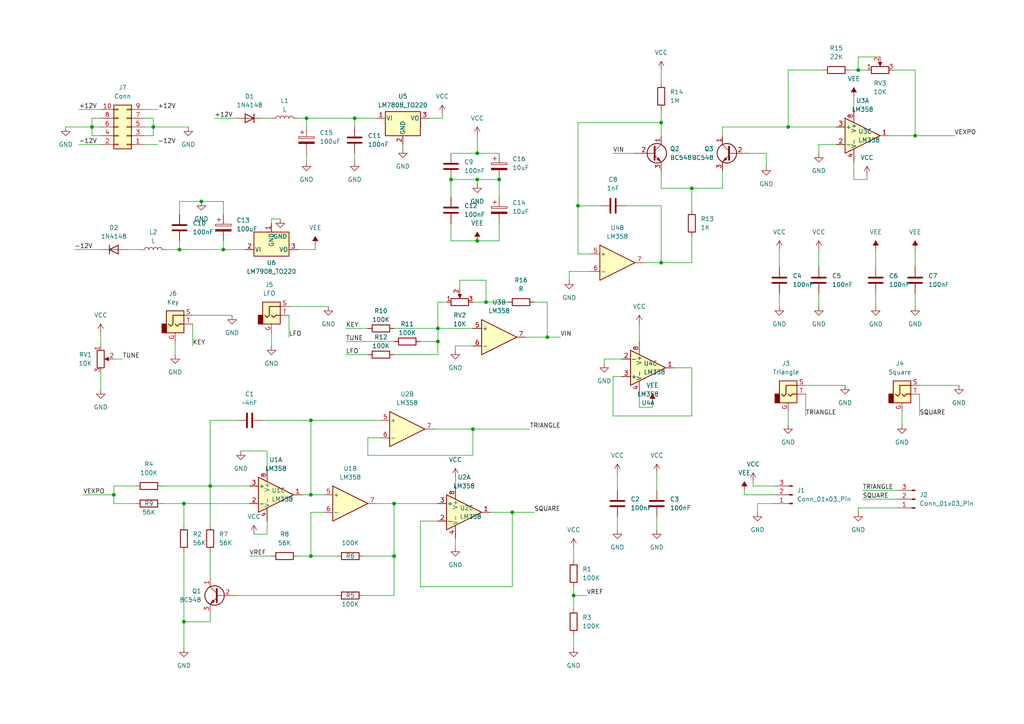
<source format=kicad_sch>
(kicad_sch (version 20230121) (generator eeschema)
  (paper "A4")
  (title_block (title "VCO Module") (date "2023-08-26") (rev "1"))
  (lib_symbols
    (symbol "Amplifier_Operational:LM358" (pin_names (offset 0.127))
      (property "Reference" "U" (at 0 5.08 0))
      (property "Value" "LM358" (at 0 -5.08 0))
      (symbol "LM358_1_1"
        (polyline (pts (xy -5.08 5.08) (xy 5.08 0) (xy -5.08 -5.08) (xy -5.08 5.08)) (stroke (width 0.254)) (fill (type background)))
        (pin output line (at 7.62 0 180) (length 2.54) (name "~") (number "1"))
        (pin input line (at -7.62 -2.54 0) (length 2.54) (name "-") (number "2"))
        (pin input line (at -7.62 2.54 0) (length 2.54) (name "+") (number "3"))
      )
      (symbol "LM358_2_1"
        (polyline (pts (xy -5.08 5.08) (xy 5.08 0) (xy -5.08 -5.08) (xy -5.08 5.08)) (stroke (width 0.254)) (fill (type background)))
        (pin input line (at -7.62 2.54 0) (length 2.54) (name "+") (number "5"))
        (pin input line (at -7.62 -2.54 0) (length 2.54) (name "-") (number "6"))
        (pin output line (at 7.62 0 180) (length 2.54) (name "~") (number "7"))
      )
      (symbol "LM358_3_1"
        (pin power_in line (at -2.54 -7.62 90) (length 3.81) (name "V-") (number "4"))
        (pin power_in line (at -2.54 7.62 270) (length 3.81) (name "V+") (number "8"))
      )
    )
    (symbol "Connector:Conn_01x03_Pin" (pin_names (offset 1.016) hide)
      (property "Reference" "J" (at 0 5.08 0))
      (property "Value" "Conn_01x03_Pin" (at 0 -5.08 0))
      (symbol "Conn_01x03_Pin_1_1"
        (polyline (pts (xy 1.27 -2.54) (xy 0.8636 -2.54)) (stroke (width 0.1524)))
        (polyline (pts (xy 1.27 0) (xy 0.8636 0)) (stroke (width 0.1524)))
        (polyline (pts (xy 1.27 2.54) (xy 0.8636 2.54)) (stroke (width 0.1524)))
        (rectangle (start 0.8636 -2.413) (end 0 -2.667) (stroke (width 0.1524)) (fill (type outline)))
        (rectangle (start 0.8636 0.127) (end 0 -0.127) (stroke (width 0.1524)) (fill (type outline)))
        (rectangle (start 0.8636 2.667) (end 0 2.413) (stroke (width 0.1524)) (fill (type outline)))
        (pin passive line (at 5.08 2.54 180) (length 3.81) (name "Pin_1") (number "1"))
        (pin passive line (at 5.08 0 180) (length 3.81) (name "Pin_2") (number "2"))
        (pin passive line (at 5.08 -2.54 180) (length 3.81) (name "Pin_3") (number "3"))
      )
    )
    (symbol "Connector_Audio:AudioJack2_Ground"
      (property "Reference" "J" (at 0 8.89 0))
      (property "Value" "AudioJack2_Ground" (at 0 6.35 0))
      (symbol "AudioJack2_Ground_0_1"
        (rectangle (start -2.54 -2.54) (end -3.81 0) (stroke (width 0.254)) (fill (type outline)))
        (polyline (pts (xy 0 0) (xy 0.635 -0.635) (xy 1.27 0) (xy 2.54 0)) (stroke (width 0.254)))
        (polyline (pts (xy 2.54 2.54) (xy -0.635 2.54) (xy -0.635 0) (xy -1.27 -0.635) (xy -1.905 0)) (stroke (width 0.254)))
        (rectangle (start 2.54 3.81) (end -2.54 -2.54) (stroke (width 0.254)) (fill (type background)))
      )
      (symbol "AudioJack2_Ground_1_1"
        (pin passive line (at 0 -5.08 90) (length 2.54) (name "~") (number "G"))
        (pin passive line (at 5.08 2.54 180) (length 2.54) (name "~") (number "S"))
        (pin passive line (at 5.08 0 180) (length 2.54) (name "~") (number "T"))
      )
    )
    (symbol "Connector_Generic:Conn_02x05_Odd_Even" (pin_names (offset 1.016) hide)
      (property "Reference" "J" (at 1.27 7.62 0))
      (property "Value" "Conn_02x05_Odd_Even" (at 1.27 -7.62 0))
      (symbol "Conn_02x05_Odd_Even_1_1"
        (rectangle (start -1.27 -4.953) (end 0 -5.207) (stroke (width 0.1524)))
        (rectangle (start -1.27 -2.413) (end 0 -2.667) (stroke (width 0.1524)))
        (rectangle (start -1.27 0.127) (end 0 -0.127) (stroke (width 0.1524)))
        (rectangle (start -1.27 2.667) (end 0 2.413) (stroke (width 0.1524)))
        (rectangle (start -1.27 5.207) (end 0 4.953) (stroke (width 0.1524)))
        (rectangle (start -1.27 6.35) (end 3.81 -6.35) (stroke (width 0.254)) (fill (type background)))
        (rectangle (start 3.81 -4.953) (end 2.54 -5.207) (stroke (width 0.1524)))
        (rectangle (start 3.81 -2.413) (end 2.54 -2.667) (stroke (width 0.1524)))
        (rectangle (start 3.81 0.127) (end 2.54 -0.127) (stroke (width 0.1524)))
        (rectangle (start 3.81 2.667) (end 2.54 2.413) (stroke (width 0.1524)))
        (rectangle (start 3.81 5.207) (end 2.54 4.953) (stroke (width 0.1524)))
        (pin passive line (at -5.08 5.08 0) (length 3.81) (name "Pin_1") (number "1"))
        (pin passive line (at 7.62 -5.08 180) (length 3.81) (name "Pin_10") (number "10"))
        (pin passive line (at 7.62 5.08 180) (length 3.81) (name "Pin_2") (number "2"))
        (pin passive line (at -5.08 2.54 0) (length 3.81) (name "Pin_3") (number "3"))
        (pin passive line (at 7.62 2.54 180) (length 3.81) (name "Pin_4") (number "4"))
        (pin passive line (at -5.08 0 0) (length 3.81) (name "Pin_5") (number "5"))
        (pin passive line (at 7.62 0 180) (length 3.81) (name "Pin_6") (number "6"))
        (pin passive line (at -5.08 -2.54 0) (length 3.81) (name "Pin_7") (number "7"))
        (pin passive line (at 7.62 -2.54 180) (length 3.81) (name "Pin_8") (number "8"))
        (pin passive line (at -5.08 -5.08 0) (length 3.81) (name "Pin_9") (number "9"))
      )
    )
    (symbol "Device:C" (pin_numbers hide) (pin_names (offset 0.254))
      (property "Reference" "C" (at 0.635 2.54 0))
      (property "Value" "C" (at 0.635 -2.54 0))
      (symbol "C_0_1"
        (polyline (pts (xy -2.032 -0.762) (xy 2.032 -0.762)) (stroke (width 0.508)))
        (polyline (pts (xy -2.032 0.762) (xy 2.032 0.762)) (stroke (width 0.508)))
      )
      (symbol "C_1_1"
        (pin passive line (at 0 3.81 270) (length 2.794) (name "~") (number "1"))
        (pin passive line (at 0 -3.81 90) (length 2.794) (name "~") (number "2"))
      )
    )
    (symbol "Device:C_Polarized" (pin_numbers hide) (pin_names (offset 0.254))
      (property "Reference" "C" (at 0.635 2.54 0))
      (property "Value" "C_Polarized" (at 0.635 -2.54 0))
      (symbol "C_Polarized_0_1"
        (rectangle (start -2.286 0.508) (end 2.286 1.016))
        (polyline (pts (xy -1.778 2.286) (xy -0.762 2.286)))
        (polyline (pts (xy -1.27 2.794) (xy -1.27 1.778)))
        (rectangle (start 2.286 -0.508) (end -2.286 -1.016) (fill (type outline)))
      )
      (symbol "C_Polarized_1_1"
        (pin passive line (at 0 3.81 270) (length 2.794) (name "~") (number "1"))
        (pin passive line (at 0 -3.81 90) (length 2.794) (name "~") (number "2"))
      )
    )
    (symbol "Device:L" (pin_numbers hide) (pin_names (offset 1.016) hide)
      (property "Reference" "L" (at -1.27 0 90))
      (property "Value" "L" (at 1.905 0 90))
      (symbol "L_0_1"
        (arc (start 0 -2.54) (mid 0.6323 -1.905) (end 0 -1.27))
        (arc (start 0 -1.27) (mid 0.6323 -0.635) (end 0 0))
        (arc (start 0 0) (mid 0.6323 0.635) (end 0 1.27))
        (arc (start 0 1.27) (mid 0.6323 1.905) (end 0 2.54))
      )
      (symbol "L_1_1"
        (pin passive line (at 0 3.81 270) (length 1.27) (name "1") (number "1"))
        (pin passive line (at 0 -3.81 90) (length 1.27) (name "2") (number "2"))
      )
    )
    (symbol "Device:R" (pin_numbers hide) (pin_names (offset 0))
      (property "Reference" "R" (at 2.032 0 90))
      (property "Value" "R" (at 0 0 90))
      (symbol "R_0_1"
        (rectangle (start -1.016 -2.54) (end 1.016 2.54) (stroke (width 0.254)))
      )
      (symbol "R_1_1"
        (pin passive line (at 0 3.81 270) (length 1.27) (name "~") (number "1"))
        (pin passive line (at 0 -3.81 90) (length 1.27) (name "~") (number "2"))
      )
    )
    (symbol "Device:R_Potentiometer" (pin_names (offset 1.016) hide)
      (property "Reference" "RV" (at -4.445 0 90))
      (property "Value" "R_Potentiometer" (at -2.54 0 90))
      (symbol "R_Potentiometer_0_1"
        (polyline (pts (xy 2.54 0) (xy 1.524 0)))
        (polyline (pts (xy 1.143 0) (xy 2.286 0.508) (xy 2.286 -0.508) (xy 1.143 0)) (fill (type outline)))
        (rectangle (start 1.016 2.54) (end -1.016 -2.54) (stroke (width 0.254)))
      )
      (symbol "R_Potentiometer_1_1"
        (pin passive line (at 0 3.81 270) (length 1.27) (name "1") (number "1"))
        (pin passive line (at 3.81 0 180) (length 1.27) (name "2") (number "2"))
        (pin passive line (at 0 -3.81 90) (length 1.27) (name "3") (number "3"))
      )
    )
    (symbol "Diode:1N4148" (pin_numbers hide) (pin_names hide)
      (property "Reference" "D" (at 0 2.54 0))
      (property "Value" "1N4148" (at 0 -2.54 0))
      (symbol "1N4148_0_1"
        (polyline (pts (xy -1.27 1.27) (xy -1.27 -1.27)) (stroke (width 0.254)))
        (polyline (pts (xy 1.27 0) (xy -1.27 0)))
        (polyline (pts (xy 1.27 1.27) (xy 1.27 -1.27) (xy -1.27 0) (xy 1.27 1.27)) (stroke (width 0.254)))
      )
      (symbol "1N4148_1_1"
        (pin passive line (at -3.81 0 0) (length 2.54) (name "K") (number "1"))
        (pin passive line (at 3.81 0 180) (length 2.54) (name "A") (number "2"))
      )
    )
    (symbol "Regulator_Linear:LM7808_TO220" (pin_names (offset 0.254))
      (property "Reference" "U" (at -3.81 3.175 0))
      (property "Value" "LM7808_TO220" (at 0 3.175 0))
      (symbol "LM7808_TO220_0_1"
        (rectangle (start -5.08 1.905) (end 5.08 -5.08) (stroke (width 0.254)) (fill (type background)))
      )
      (symbol "LM7808_TO220_1_1"
        (pin power_in line (at -7.62 0 0) (length 2.54) (name "VI") (number "1"))
        (pin power_in line (at 0 -7.62 90) (length 2.54) (name "GND") (number "2"))
        (pin power_out line (at 7.62 0 180) (length 2.54) (name "VO") (number "3"))
      )
    )
    (symbol "Regulator_Linear:LM7908_TO220" (pin_names (offset 0.254))
      (property "Reference" "U" (at -3.81 -3.175 0))
      (property "Value" "LM7908_TO220" (at 0 -3.175 0))
      (symbol "LM7908_TO220_0_1"
        (rectangle (start -5.08 5.08) (end 5.08 -1.905) (stroke (width 0.254)) (fill (type background)))
      )
      (symbol "LM7908_TO220_1_1"
        (pin power_in line (at 0 7.62 270) (length 2.54) (name "GND") (number "1"))
        (pin power_in line (at -7.62 0 0) (length 2.54) (name "VI") (number "2"))
        (pin power_out line (at 7.62 0 180) (length 2.54) (name "VO") (number "3"))
      )
    )
    (symbol "Transistor_BJT:BC548" (pin_names (offset 0) hide)
      (property "Reference" "Q" (at 5.08 1.905 0))
      (property "Value" "BC548" (at 5.08 0 0))
      (symbol "BC548_0_1"
        (polyline (pts (xy 0 0) (xy 0.635 0)))
        (polyline (pts (xy 0.635 0.635) (xy 2.54 2.54)))
        (polyline (pts (xy 0.635 -0.635) (xy 2.54 -2.54) (xy 2.54 -2.54)))
        (polyline (pts (xy 0.635 1.905) (xy 0.635 -1.905) (xy 0.635 -1.905)) (stroke (width 0.508)))
        (polyline (pts (xy 1.27 -1.778) (xy 1.778 -1.27) (xy 2.286 -2.286) (xy 1.27 -1.778) (xy 1.27 -1.778)) (fill (type outline)))
        (circle (center 1.27 0) (radius 2.8194) (stroke (width 0.254)))
      )
      (symbol "BC548_1_1"
        (pin passive line (at 2.54 5.08 270) (length 2.54) (name "C") (number "1"))
        (pin input line (at -5.08 0 0) (length 5.08) (name "B") (number "2"))
        (pin passive line (at 2.54 -5.08 90) (length 2.54) (name "E") (number "3"))
      )
    )
    (symbol "power:GND" (power) (pin_names (offset 0))
      (property "Value" "GND" (at 0 -3.81 0))
      (symbol "GND_0_1"
        (polyline (pts (xy 0 0) (xy 0 -1.27) (xy 1.27 -1.27) (xy 0 -2.54) (xy -1.27 -1.27) (xy 0 -1.27)))
      )
      (symbol "GND_1_1"
        (pin power_in line (at 0 0 270) (length 0) hide (name "GND") (number "1"))
      )
    )
    (symbol "power:VCC" (power) (pin_names (offset 0))
      (property "Value" "VCC" (at 0 3.81 0))
      (symbol "VCC_0_1"
        (polyline (pts (xy -0.762 1.27) (xy 0 2.54)))
        (polyline (pts (xy 0 0) (xy 0 2.54)))
        (polyline (pts (xy 0 2.54) (xy 0.762 1.27)))
      )
      (symbol "VCC_1_1"
        (pin power_in line (at 0 0 90) (length 0) hide (name "VCC") (number "1"))
      )
    )
    (symbol "power:VEE" (power) (pin_names (offset 0))
      (property "Value" "VEE" (at 0 3.81 0))
      (symbol "VEE_0_1"
        (polyline (pts (xy 0 0) (xy 0 2.54)))
        (polyline (pts (xy 0.762 1.27) (xy -0.762 1.27) (xy 0 2.54) (xy 0.762 1.27)) (fill (type outline)))
      )
      (symbol "VEE_1_1"
        (pin power_in line (at 0 0 90) (length 0) hide (name "VEE") (number "1"))
      )
    )
  )
  (junction (at 64.77 72.39))
  (junction (at 144.78 52.07))
  (junction (at 58.42 58.42))
  (junction (at 127 99.06))
  (junction (at 167.64 59.69))
  (junction (at 90.17 121.92))
  (junction (at 53.34 146.05))
  (junction (at 228.6 36.83))
  (junction (at 200.66 54.61))
  (junction (at 138.43 52.07))
  (junction (at 88.9 34.29))
  (junction (at 60.96 140.97))
  (junction (at 191.77 35.56))
  (junction (at 127 95.25))
  (junction (at 53.34 180.34))
  (junction (at 102.87 34.29))
  (junction (at 148.59 148.59))
  (junction (at 114.3 161.29))
  (junction (at 130.81 52.07))
  (junction (at 137.16 124.46))
  (junction (at 191.77 76.2))
  (junction (at 166.37 172.72))
  (junction (at 26.67 36.83))
  (junction (at 138.43 44.45))
  (junction (at 248.92 20.32))
  (junction (at 138.43 69.85))
  (junction (at 44.45 36.83))
  (junction (at 33.02 143.51))
  (junction (at 90.17 161.29))
  (junction (at 52.07 72.39))
  (junction (at 140.97 87.63))
  (junction (at 114.3 146.05))
  (junction (at 158.75 97.79))
  (junction (at 265.43 39.37))
  (junction (at 90.17 143.51))
  (wire (pts (xy 237.49 41.91) (xy 237.49 44.45)))
  (wire (pts (xy 200.66 54.61) (xy 200.66 60.96)))
  (wire (pts (xy 68.58 172.72) (xy 97.79 172.72)))
  (wire (pts (xy 158.75 97.79) (xy 152.4 97.79)))
  (wire (pts (xy 259.08 20.32) (xy 265.43 20.32)))
  (wire (pts (xy 215.9 143.51) (xy 224.79 143.51)))
  (wire (pts (xy 140.97 81.28) (xy 140.97 87.63)))
  (wire (pts (xy 137.16 132.08) (xy 137.16 124.46)))
  (wire (pts (xy 137.16 124.46) (xy 153.67 124.46)))
  (wire (pts (xy 127 102.87) (xy 127 99.06)))
  (wire (pts (xy 50.8 99.06) (xy 50.8 102.87)))
  (wire (pts (xy 102.87 34.29) (xy 102.87 36.83)))
  (wire (pts (xy 22.86 31.75) (xy 29.21 31.75)))
  (wire (pts (xy 142.24 148.59) (xy 148.59 148.59)))
  (wire (pts (xy 219.71 146.05) (xy 219.71 148.59)))
  (wire (pts (xy 250.19 144.78) (xy 260.35 144.78)))
  (wire (pts (xy 226.06 72.39) (xy 226.06 77.47)))
  (wire (pts (xy 254 85.09) (xy 254 88.9)))
  (wire (pts (xy 77.47 151.13) (xy 77.47 154.94)))
  (wire (pts (xy 265.43 20.32) (xy 265.43 39.37)))
  (wire (pts (xy 226.06 85.09) (xy 226.06 88.9)))
  (wire (pts (xy 60.96 177.8) (xy 60.96 180.34)))
  (wire (pts (xy 29.21 39.37) (xy 26.67 39.37)))
  (wire (pts (xy 190.5 137.16) (xy 190.5 142.24)))
  (wire (pts (xy 254 72.39) (xy 254 77.47)))
  (wire (pts (xy 171.45 73.66) (xy 167.64 73.66)))
  (wire (pts (xy 129.54 87.63) (xy 127 87.63)))
  (wire (pts (xy 237.49 72.39) (xy 237.49 77.47)))
  (wire (pts (xy 191.77 76.2) (xy 186.69 76.2)))
  (wire (pts (xy 138.43 44.45) (xy 138.43 39.37)))
  (wire (pts (xy 86.36 161.29) (xy 90.17 161.29)))
  (wire (pts (xy 144.78 69.85) (xy 144.78 64.77)))
  (wire (pts (xy 44.45 34.29) (xy 44.45 36.83)))
  (wire (pts (xy 166.37 184.15) (xy 166.37 187.96)))
  (wire (pts (xy 179.07 149.86) (xy 179.07 153.67)))
  (wire (pts (xy 78.74 96.52) (xy 78.74 100.33)))
  (wire (pts (xy 218.44 140.97) (xy 218.44 139.7)))
  (wire (pts (xy 137.16 87.63) (xy 140.97 87.63)))
  (wire (pts (xy 217.17 44.45) (xy 222.25 44.45)))
  (wire (pts (xy 127 87.63) (xy 127 95.25)))
  (wire (pts (xy 191.77 54.61) (xy 200.66 54.61)))
  (wire (pts (xy 166.37 172.72) (xy 166.37 176.53)))
  (wire (pts (xy 53.34 146.05) (xy 53.34 152.4)))
  (wire (pts (xy 81.28 63.5) (xy 78.74 63.5)))
  (wire (pts (xy 76.2 121.92) (xy 90.17 121.92)))
  (wire (pts (xy 238.76 20.32) (xy 228.6 20.32)))
  (wire (pts (xy 181.61 59.69) (xy 191.77 59.69)))
  (wire (pts (xy 72.39 161.29) (xy 78.74 161.29)))
  (wire (pts (xy 100.33 95.25) (xy 106.68 95.25)))
  (wire (pts (xy 133.35 81.28) (xy 140.97 81.28)))
  (wire (pts (xy 166.37 170.18) (xy 166.37 172.72)))
  (wire (pts (xy 167.64 59.69) (xy 173.99 59.69)))
  (wire (pts (xy 100.33 99.06) (xy 114.3 99.06)))
  (wire (pts (xy 200.66 106.68) (xy 200.66 120.65)))
  (wire (pts (xy 48.26 72.39) (xy 52.07 72.39)))
  (wire (pts (xy 110.49 127) (xy 106.68 127)))
  (wire (pts (xy 64.77 72.39) (xy 71.12 72.39)))
  (wire (pts (xy 185.42 93.98) (xy 185.42 99.06)))
  (wire (pts (xy 121.92 151.13) (xy 121.92 170.18)))
  (wire (pts (xy 52.07 58.42) (xy 58.42 58.42)))
  (wire (pts (xy 158.75 97.79) (xy 162.56 97.79)))
  (wire (pts (xy 177.8 44.45) (xy 184.15 44.45)))
  (wire (pts (xy 26.67 36.83) (xy 29.21 36.83)))
  (wire (pts (xy 90.17 143.51) (xy 93.98 143.51)))
  (wire (pts (xy 148.59 170.18) (xy 148.59 148.59)))
  (wire (pts (xy 39.37 140.97) (xy 33.02 140.97)))
  (wire (pts (xy 69.85 130.81) (xy 77.47 130.81)))
  (wire (pts (xy 87.63 143.51) (xy 90.17 143.51)))
  (wire (pts (xy 200.66 120.65) (xy 177.8 120.65)))
  (wire (pts (xy 247.65 52.07) (xy 251.46 52.07)))
  (wire (pts (xy 132.08 138.43) (xy 132.08 140.97)))
  (wire (pts (xy 109.22 146.05) (xy 114.3 146.05)))
  (wire (pts (xy 41.91 41.91) (xy 45.72 41.91)))
  (wire (pts (xy 167.64 35.56) (xy 191.77 35.56)))
  (wire (pts (xy 242.57 41.91) (xy 237.49 41.91)))
  (wire (pts (xy 209.55 39.37) (xy 209.55 36.83)))
  (wire (pts (xy 46.99 140.97) (xy 60.96 140.97)))
  (wire (pts (xy 257.81 39.37) (xy 265.43 39.37)))
  (wire (pts (xy 88.9 34.29) (xy 88.9 36.83)))
  (wire (pts (xy 265.43 72.39) (xy 265.43 77.47)))
  (wire (pts (xy 248.92 147.32) (xy 248.92 148.59)))
  (wire (pts (xy 21.59 72.39) (xy 29.21 72.39)))
  (wire (pts (xy 218.44 140.97) (xy 224.79 140.97)))
  (wire (pts (xy 167.64 59.69) (xy 167.64 35.56)))
  (wire (pts (xy 138.43 52.07) (xy 144.78 52.07)))
  (wire (pts (xy 88.9 34.29) (xy 102.87 34.29)))
  (wire (pts (xy 133.35 83.82) (xy 133.35 81.28)))
  (wire (pts (xy 130.81 69.85) (xy 138.43 69.85)))
  (wire (pts (xy 90.17 121.92) (xy 110.49 121.92)))
  (wire (pts (xy 55.88 91.44) (xy 67.31 91.44)))
  (wire (pts (xy 200.66 68.58) (xy 200.66 76.2)))
  (wire (pts (xy 60.96 140.97) (xy 60.96 152.4)))
  (wire (pts (xy 44.45 39.37) (xy 44.45 36.83)))
  (wire (pts (xy 132.08 100.33) (xy 132.08 101.6)))
  (wire (pts (xy 29.21 107.95) (xy 29.21 113.03)))
  (wire (pts (xy 26.67 34.29) (xy 26.67 36.83)))
  (wire (pts (xy 195.58 106.68) (xy 200.66 106.68)))
  (wire (pts (xy 248.92 147.32) (xy 260.35 147.32)))
  (wire (pts (xy 100.33 102.87) (xy 106.68 102.87)))
  (wire (pts (xy 191.77 35.56) (xy 191.77 39.37)))
  (wire (pts (xy 255.27 16.51) (xy 248.92 16.51)))
  (wire (pts (xy 138.43 69.85) (xy 144.78 69.85)))
  (wire (pts (xy 60.96 121.92) (xy 60.96 140.97)))
  (wire (pts (xy 44.45 36.83) (xy 54.61 36.83)))
  (wire (pts (xy 114.3 95.25) (xy 127 95.25)))
  (wire (pts (xy 251.46 52.07) (xy 251.46 50.8)))
  (wire (pts (xy 191.77 31.75) (xy 191.77 35.56)))
  (wire (pts (xy 114.3 102.87) (xy 127 102.87)))
  (wire (pts (xy 185.42 114.3) (xy 185.42 118.11)))
  (wire (pts (xy 127 151.13) (xy 121.92 151.13)))
  (wire (pts (xy 248.92 16.51) (xy 248.92 20.32)))
  (wire (pts (xy 144.78 52.07) (xy 144.78 57.15)))
  (wire (pts (xy 33.02 143.51) (xy 33.02 146.05)))
  (wire (pts (xy 114.3 146.05) (xy 127 146.05)))
  (wire (pts (xy 102.87 34.29) (xy 109.22 34.29)))
  (wire (pts (xy 144.78 44.45) (xy 138.43 44.45)))
  (wire (pts (xy 46.99 146.05) (xy 53.34 146.05)))
  (wire (pts (xy 177.8 120.65) (xy 177.8 109.22)))
  (wire (pts (xy 93.98 148.59) (xy 90.17 148.59)))
  (wire (pts (xy 228.6 36.83) (xy 242.57 36.83)))
  (wire (pts (xy 26.67 39.37) (xy 26.67 36.83)))
  (wire (pts (xy 180.34 104.14) (xy 175.26 104.14)))
  (wire (pts (xy 127 99.06) (xy 127 95.25)))
  (wire (pts (xy 130.81 44.45) (xy 138.43 44.45)))
  (wire (pts (xy 41.91 31.75) (xy 45.72 31.75)))
  (wire (pts (xy 222.25 44.45) (xy 222.25 48.26)))
  (wire (pts (xy 106.68 132.08) (xy 137.16 132.08)))
  (wire (pts (xy 114.3 161.29) (xy 114.3 172.72)))
  (wire (pts (xy 200.66 76.2) (xy 191.77 76.2)))
  (wire (pts (xy 130.81 52.07) (xy 130.81 57.15)))
  (wire (pts (xy 209.55 54.61) (xy 209.55 49.53)))
  (wire (pts (xy 175.26 104.14) (xy 175.26 105.41)))
  (wire (pts (xy 128.27 34.29) (xy 128.27 33.02)))
  (wire (pts (xy 219.71 146.05) (xy 224.79 146.05)))
  (wire (pts (xy 90.17 161.29) (xy 97.79 161.29)))
  (wire (pts (xy 154.94 87.63) (xy 158.75 87.63)))
  (wire (pts (xy 130.81 64.77) (xy 130.81 69.85)))
  (wire (pts (xy 33.02 140.97) (xy 33.02 143.51)))
  (wire (pts (xy 41.91 36.83) (xy 44.45 36.83)))
  (wire (pts (xy 29.21 96.52) (xy 29.21 100.33)))
  (wire (pts (xy 78.74 63.5) (xy 78.74 64.77)))
  (wire (pts (xy 62.23 34.29) (xy 68.58 34.29)))
  (wire (pts (xy 209.55 36.83) (xy 228.6 36.83)))
  (wire (pts (xy 165.1 81.28) (xy 165.1 78.74)))
  (wire (pts (xy 33.02 104.14) (xy 35.56 104.14)))
  (wire (pts (xy 140.97 87.63) (xy 147.32 87.63)))
  (wire (pts (xy 137.16 100.33) (xy 132.08 100.33)))
  (wire (pts (xy 53.34 180.34) (xy 53.34 187.96)))
  (wire (pts (xy 121.92 99.06) (xy 127 99.06)))
  (wire (pts (xy 19.05 36.83) (xy 26.67 36.83)))
  (wire (pts (xy 177.8 109.22) (xy 180.34 109.22)))
  (wire (pts (xy 105.41 161.29) (xy 114.3 161.29)))
  (wire (pts (xy 76.2 34.29) (xy 78.74 34.29)))
  (wire (pts (xy 265.43 85.09) (xy 265.43 88.9)))
  (wire (pts (xy 250.19 142.24) (xy 260.35 142.24)))
  (wire (pts (xy 121.92 170.18) (xy 148.59 170.18)))
  (wire (pts (xy 130.81 52.07) (xy 138.43 52.07)))
  (wire (pts (xy 148.59 148.59) (xy 154.94 148.59)))
  (wire (pts (xy 60.96 140.97) (xy 72.39 140.97)))
  (wire (pts (xy 53.34 160.02) (xy 53.34 180.34)))
  (wire (pts (xy 247.65 27.94) (xy 247.65 31.75)))
  (wire (pts (xy 124.46 34.29) (xy 128.27 34.29)))
  (wire (pts (xy 248.92 20.32) (xy 251.46 20.32)))
  (wire (pts (xy 90.17 148.59) (xy 90.17 161.29)))
  (wire (pts (xy 77.47 130.81) (xy 77.47 135.89)))
  (wire (pts (xy 29.21 34.29) (xy 26.67 34.29)))
  (wire (pts (xy 246.38 20.32) (xy 248.92 20.32)))
  (wire (pts (xy 106.68 127) (xy 106.68 132.08)))
  (wire (pts (xy 125.73 124.46) (xy 137.16 124.46)))
  (wire (pts (xy 52.07 62.23) (xy 52.07 58.42)))
  (wire (pts (xy 88.9 44.45) (xy 88.9 46.99)))
  (wire (pts (xy 64.77 58.42) (xy 58.42 58.42)))
  (wire (pts (xy 191.77 59.69) (xy 191.77 76.2)))
  (wire (pts (xy 165.1 78.74) (xy 171.45 78.74)))
  (wire (pts (xy 22.86 41.91) (xy 29.21 41.91)))
  (wire (pts (xy 41.91 39.37) (xy 44.45 39.37)))
  (wire (pts (xy 166.37 158.75) (xy 166.37 162.56)))
  (wire (pts (xy 64.77 62.23) (xy 64.77 58.42)))
  (wire (pts (xy 24.13 143.51) (xy 33.02 143.51)))
  (wire (pts (xy 102.87 44.45) (xy 102.87 46.99)))
  (wire (pts (xy 132.08 158.75) (xy 132.08 156.21)))
  (wire (pts (xy 83.82 91.44) (xy 83.82 97.79)))
  (wire (pts (xy 266.7 111.76) (xy 278.13 111.76)))
  (wire (pts (xy 233.68 111.76) (xy 245.11 111.76)))
  (wire (pts (xy 237.49 85.09) (xy 237.49 88.9)))
  (wire (pts (xy 55.88 93.98) (xy 55.88 100.33)))
  (wire (pts (xy 41.91 34.29) (xy 44.45 34.29)))
  (wire (pts (xy 191.77 49.53) (xy 191.77 54.61)))
  (wire (pts (xy 68.58 121.92) (xy 60.96 121.92)))
  (wire (pts (xy 190.5 149.86) (xy 190.5 153.67)))
  (wire (pts (xy 52.07 69.85) (xy 52.07 72.39)))
  (wire (pts (xy 247.65 46.99) (xy 247.65 52.07)))
  (wire (pts (xy 36.83 72.39) (xy 40.64 72.39)))
  (wire (pts (xy 52.07 72.39) (xy 64.77 72.39)))
  (wire (pts (xy 233.68 114.3) (xy 233.68 120.65)))
  (wire (pts (xy 167.64 73.66) (xy 167.64 59.69)))
  (wire (pts (xy 86.36 34.29) (xy 88.9 34.29)))
  (wire (pts (xy 64.77 69.85) (xy 64.77 72.39)))
  (wire (pts (xy 228.6 20.32) (xy 228.6 36.83)))
  (wire (pts (xy 60.96 160.02) (xy 60.96 167.64)))
  (wire (pts (xy 60.96 180.34) (xy 53.34 180.34)))
  (wire (pts (xy 185.42 118.11) (xy 189.23 118.11)))
  (wire (pts (xy 191.77 20.32) (xy 191.77 24.13)))
  (wire (pts (xy 90.17 121.92) (xy 90.17 143.51)))
  (wire (pts (xy 114.3 146.05) (xy 114.3 161.29)))
  (wire (pts (xy 53.34 146.05) (xy 72.39 146.05)))
  (wire (pts (xy 33.02 146.05) (xy 39.37 146.05)))
  (wire (pts (xy 77.47 154.94) (xy 73.66 154.94)))
  (wire (pts (xy 116.84 41.91) (xy 116.84 43.18)))
  (wire (pts (xy 114.3 172.72) (xy 105.41 172.72)))
  (wire (pts (xy 200.66 54.61) (xy 209.55 54.61)))
  (wire (pts (xy 189.23 118.11) (xy 189.23 116.84)))
  (wire (pts (xy 158.75 87.63) (xy 158.75 97.79)))
  (wire (pts (xy 261.62 119.38) (xy 261.62 123.19)))
  (wire (pts (xy 215.9 143.51) (xy 215.9 142.24)))
  (wire (pts (xy 138.43 52.07) (xy 138.43 53.34)))
  (wire (pts (xy 166.37 172.72) (xy 170.18 172.72)))
  (wire (pts (xy 265.43 39.37) (xy 276.86 39.37)))
  (wire (pts (xy 228.6 119.38) (xy 228.6 123.19)))
  (wire (pts (xy 91.44 71.12) (xy 91.44 72.39)))
  (wire (pts (xy 91.44 72.39) (xy 86.36 72.39)))
  (wire (pts (xy 179.07 137.16) (xy 179.07 142.24)))
  (wire (pts (xy 83.82 88.9) (xy 95.25 88.9)))
  (wire (pts (xy 127 95.25) (xy 137.16 95.25)))
  (wire (pts (xy 266.7 114.3) (xy 266.7 120.65)))
  (label "KEY" (at 100.33 95.25 0))
  (label "VIN" (at 162.56 97.79 0))
  (label "VEXPO" (at 276.86 39.37 0))
  (label "TUNE" (at 35.56 104.14 0))
  (label "+12V" (at 62.23 34.29 0))
  (label "SQUARE" (at 266.7 120.65 0))
  (label "KEY" (at 55.88 100.33 0))
  (label "+12V" (at 45.72 31.75 0))
  (label "SQUARE" (at 250.19 144.78 0))
  (label "-12V" (at 21.59 72.39 0))
  (label "VREF" (at 170.18 172.72 0))
  (label "TRIANGLE" (at 233.68 120.65 0))
  (label "VREF" (at 72.39 161.29 0))
  (label "VIN" (at 177.8 44.45 0))
  (label "LFO" (at 83.82 97.79 0))
  (label "TRIANGLE" (at 153.67 124.46 0))
  (label "VEXPO" (at 24.13 143.51 0))
  (label "-12V" (at 22.86 41.91 0))
  (label "SQUARE" (at 154.94 148.59 0))
  (label "LFO" (at 100.33 102.87 0))
  (label "+12V" (at 22.86 31.75 0))
  (label "TUNE" (at 100.33 99.06 0))
  (label "TRIANGLE" (at 250.19 142.24 0))
  (label "-12V" (at 45.72 41.91 0))
  (symbol (lib_id "Device:R") (at 43.18 140.97 90) (unit 1)
    (property "Reference" "R4" (at 43.18 134.62 90))
    (property "Value" "100K" (at 43.18 137.16 90))
    (property "Footprint" "Resistor_SMD:R_1206_3216Metric_Pad1.30x1.75mm_HandSolder" (effects hide))
  )
  (symbol (lib_id "power:GND") (at 102.87 46.99 0) (unit 1)
    (property "Reference" "#PWR051" (effects hide))
    (property "Value" "GND" (at 102.87 52.07 0))
  )
  (symbol (lib_id "power:GND") (at 132.08 101.6 0) (unit 1)
    (property "Reference" "#PWR034" (effects hide))
    (property "Value" "GND" (at 132.08 106.68 0))
  )
  (symbol (lib_id "Amplifier_Operational:LM358") (at 187.96 106.68 0) (mirror x) (unit 1)
    (property "Reference" "U4" (at 187.96 116.84 0))
    (property "Value" "LM358" (at 187.96 114.3 0))
    (property "Footprint" "Package_DIP:DIP-8_W7.62mm_LongPads" (effects hide))
    (property "Datasheet" "http://www.ti.com/lit/ds/symlink/lm2904-n.pdf" (effects hide))
  )
  (symbol (lib_id "Transistor_BJT:BC548") (at 189.23 44.45 0) (unit 1)
    (property "Reference" "Q2" (at 194.31 43.18 0) (effects (justify left)))
    (property "Value" "BC548" (at 194.31 45.72 0) (effects (justify left)))
    (property "Footprint" "MyLibrary:TO-92_Inline_Wide_Big" (effects hide))
    (property "Datasheet" "https://www.onsemi.com/pub/Collateral/BC550-D.pdf" (effects hide))
  )
  (symbol (lib_id "power:GND") (at 95.25 88.9 0) (unit 1)
    (property "Reference" "#PWR031" (effects hide))
    (property "Value" "GND" (at 95.25 93.98 0))
  )
  (symbol (lib_id "power:VEE") (at 265.43 72.39 0) (unit 1)
    (property "Reference" "#PWR026" (effects hide))
    (property "Value" "VEE" (at 265.43 67.31 0))
  )
  (symbol (lib_id "power:VEE") (at 254 72.39 0) (unit 1)
    (property "Reference" "#PWR024" (effects hide))
    (property "Value" "VEE" (at 254 67.31 0))
  )
  (symbol (lib_id "power:GND") (at 237.49 44.45 0) (unit 1)
    (property "Reference" "#PWR042" (effects hide))
    (property "Value" "GND" (at 237.49 49.53 0))
  )
  (symbol (lib_id "power:GND") (at 166.37 187.96 0) (unit 1)
    (property "Reference" "#PWR02" (effects hide))
    (property "Value" "GND" (at 166.37 193.04 0))
  )
  (symbol (lib_id "Amplifier_Operational:LM358") (at 250.19 39.37 0) (unit 1)
    (property "Reference" "U3" (at 250.19 29.21 0))
    (property "Value" "LM358" (at 250.19 31.75 0))
    (property "Footprint" "Package_DIP:DIP-8_W7.62mm_LongPads" (effects hide))
    (property "Datasheet" "http://www.ti.com/lit/ds/symlink/lm2904-n.pdf" (effects hide))
  )
  (symbol (lib_id "Connector_Audio:AudioJack2_Ground") (at 78.74 91.44 0) (unit 1)
    (property "Reference" "J5" (at 78.105 82.55 0))
    (property "Value" "LFO" (at 78.105 85.09 0))
    (property "Footprint" "Connector_Audio:Jack_3.5mm_QingPu_WQP-PJ398SM_Vertical_CircularHoles" (effects hide))
  )
  (symbol (lib_id "Device:R") (at 242.57 20.32 90) (unit 1)
    (property "Reference" "R15" (at 242.57 13.97 90))
    (property "Value" "22K" (at 242.57 16.51 90))
    (property "Footprint" "Resistor_SMD:R_1206_3216Metric_Pad1.30x1.75mm_HandSolder" (effects hide))
  )
  (symbol (lib_id "power:GND") (at 226.06 88.9 0) (unit 1)
    (property "Reference" "#PWR021" (effects hide))
    (property "Value" "GND" (at 226.06 93.98 0))
  )
  (symbol (lib_id "power:GND") (at 19.05 36.83 0) (unit 1)
    (property "Reference" "#PWR044" (effects hide))
    (property "Value" "GND" (at 19.05 41.91 0))
  )
  (symbol (lib_id "Device:C") (at 179.07 146.05 0) (unit 1)
    (property "Reference" "C2" (at 182.88 144.78 0) (effects (justify left)))
    (property "Value" "100nF" (at 182.88 147.32 0) (effects (justify left)))
    (property "Footprint" "Capacitor_SMD:C_1206_3216Metric_Pad1.33x1.80mm_HandSolder" (effects hide))
  )
  (symbol (lib_id "power:VCC") (at 166.37 158.75 0) (unit 1)
    (property "Reference" "#PWR01" (effects hide))
    (property "Value" "VCC" (at 166.37 153.67 0))
  )
  (symbol (lib_id "Device:R_Potentiometer") (at 29.21 104.14 0) (unit 1)
    (property "Reference" "RV1" (at 26.67 102.87 0) (effects (justify right)))
    (property "Value" "10K" (at 26.67 105.41 0) (effects (justify right)))
    (property "Footprint" "Potentiometer_THT:Potentiometer_Bourns_PTV09A-1_Single_Vertical" (effects hide))
  )
  (symbol (lib_id "Connector:Conn_01x03_Pin") (at 229.87 143.51 180) (unit 1)
    (property "Reference" "J1" (at 231.14 142.24 0) (effects (justify right)))
    (property "Value" "Conn_01x03_Pin" (at 231.14 144.78 0) (effects (justify right)))
    (property "Footprint" "MyLibrary:PinHeader_1x03_P2.54mm_Vertical" (effects hide))
  )
  (symbol (lib_id "power:GND") (at 254 88.9 0) (unit 1)
    (property "Reference" "#PWR025" (effects hide))
    (property "Value" "GND" (at 254 93.98 0))
  )
  (symbol (lib_id "power:VCC") (at 179.07 137.16 0) (unit 1)
    (property "Reference" "#PWR05" (effects hide))
    (property "Value" "VCC" (at 179.07 132.08 0))
  )
  (symbol (lib_id "power:VEE") (at 215.9 142.24 0) (unit 1)
    (property "Reference" "#PWR014" (effects hide))
    (property "Value" "VEE" (at 215.9 137.16 0))
  )
  (symbol (lib_id "power:VCC") (at 218.44 139.7 0) (unit 1)
    (property "Reference" "#PWR013" (effects hide))
    (property "Value" "VCC" (at 218.44 134.62 0))
  )
  (symbol (lib_id "power:GND") (at 116.84 43.18 0) (unit 1)
    (property "Reference" "#PWR049" (effects hide))
    (property "Value" "GND" (at 116.84 48.26 0))
  )
  (symbol (lib_id "power:GND") (at 228.6 123.19 0) (unit 1)
    (property "Reference" "#PWR016" (effects hide))
    (property "Value" "GND" (at 228.6 128.27 0))
  )
  (symbol (lib_id "power:VCC") (at 128.27 33.02 0) (unit 1)
    (property "Reference" "#PWR047" (effects hide))
    (property "Value" "VCC" (at 128.27 27.94 0))
  )
  (symbol (lib_id "Device:R") (at 166.37 166.37 0) (unit 1)
    (property "Reference" "R1" (at 168.91 165.1 0) (effects (justify left)))
    (property "Value" "100K" (at 168.91 167.64 0) (effects (justify left)))
    (property "Footprint" "Resistor_SMD:R_1206_3216Metric_Pad1.30x1.75mm_HandSolder" (effects hide))
  )
  (symbol (lib_id "power:VEE") (at 91.44 71.12 0) (unit 1)
    (property "Reference" "#PWR046" (effects hide))
    (property "Value" "VEE" (at 91.44 66.04 0))
  )
  (symbol (lib_id "Amplifier_Operational:LM358") (at 80.01 143.51 0) (unit 3)
    (property "Reference" "U1" (at 78.74 142.24 0) (effects (justify left)))
    (property "Value" "LM358" (at 78.74 144.78 0) (effects (justify left)))
    (property "Footprint" "Package_DIP:DIP-8_W7.62mm_LongPads" (effects hide))
    (property "Datasheet" "http://www.ti.com/lit/ds/symlink/lm2904-n.pdf" (effects hide))
  )
  (symbol (lib_id "power:GND") (at 248.92 148.59 0) (unit 1)
    (property "Reference" "#PWR015" (effects hide))
    (property "Value" "GND" (at 248.92 153.67 0))
  )
  (symbol (lib_id "power:VCC") (at 138.43 39.37 0) (unit 1)
    (property "Reference" "#PWR055" (effects hide))
    (property "Value" "VCC" (at 138.43 34.29 0))
  )
  (symbol (lib_id "Device:R") (at 82.55 161.29 90) (unit 1)
    (property "Reference" "R8" (at 82.55 154.94 90))
    (property "Value" "56K" (at 82.55 157.48 90))
    (property "Footprint" "Resistor_SMD:R_1206_3216Metric_Pad1.30x1.75mm_HandSolder" (effects hide))
  )
  (symbol (lib_id "power:GND") (at 278.13 111.76 0) (unit 1)
    (property "Reference" "#PWR019" (effects hide))
    (property "Value" "GND" (at 278.13 116.84 0))
  )
  (symbol (lib_id "Device:C") (at 130.81 60.96 0) (unit 1)
    (property "Reference" "C12" (at 134.62 59.69 0) (effects (justify left)))
    (property "Value" "100nF" (at 134.62 62.23 0) (effects (justify left)))
    (property "Footprint" "Capacitor_SMD:C_1206_3216Metric_Pad1.33x1.80mm_HandSolder" (effects hide))
  )
  (symbol (lib_id "Device:R") (at 43.18 146.05 90) (unit 1)
    (property "Reference" "R9" (at 43.18 146.05 90))
    (property "Value" "56K" (at 43.18 148.59 90))
    (property "Footprint" "Resistor_SMD:R_1206_3216Metric_Pad1.30x1.75mm_HandSolder" (effects hide))
  )
  (symbol (lib_id "Amplifier_Operational:LM358") (at 250.19 39.37 0) (unit 3)
    (property "Reference" "U3" (at 248.92 38.1 0) (effects (justify left)))
    (property "Value" "LM358" (at 248.92 40.64 0) (effects (justify left)))
    (property "Footprint" "Package_DIP:DIP-8_W7.62mm_LongPads" (effects hide))
    (property "Datasheet" "http://www.ti.com/lit/ds/symlink/lm2904-n.pdf" (effects hide))
  )
  (symbol (lib_id "power:VEE") (at 247.65 27.94 0) (unit 1)
    (property "Reference" "#PWR040" (effects hide))
    (property "Value" "VEE" (at 247.65 22.86 0))
  )
  (symbol (lib_id "power:GND") (at 245.11 111.76 0) (unit 1)
    (property "Reference" "#PWR018" (effects hide))
    (property "Value" "GND" (at 245.11 116.84 0))
  )
  (symbol (lib_id "Device:R") (at 191.77 27.94 0) (unit 1)
    (property "Reference" "R14" (at 194.31 26.67 0) (effects (justify left)))
    (property "Value" "1M" (at 194.31 29.21 0) (effects (justify left)))
    (property "Footprint" "Resistor_SMD:R_1206_3216Metric_Pad1.30x1.75mm_HandSolder" (effects hide))
  )
  (symbol (lib_id "Regulator_Linear:LM7908_TO220") (at 78.74 72.39 0) (unit 1)
    (property "Reference" "U6" (at 78.74 76.2 0))
    (property "Value" "LM7908_TO220" (at 78.74 78.74 0))
    (property "Footprint" "Package_TO_SOT_THT:TO-220-3_Vertical" (effects hide))
    (property "Datasheet" "https://www.onsemi.com/pub/Collateral/MC7900-D.PDF" (effects hide))
  )
  (symbol (lib_id "power:GND") (at 50.8 102.87 0) (unit 1)
    (property "Reference" "#PWR032" (effects hide))
    (property "Value" "GND" (at 50.8 107.95 0))
  )
  (symbol (lib_id "power:GND") (at 222.25 48.26 0) (unit 1)
    (property "Reference" "#PWR043" (effects hide))
    (property "Value" "GND" (at 222.25 53.34 0))
  )
  (symbol (lib_id "Device:C_Polarized") (at 144.78 60.96 0) (unit 1)
    (property "Reference" "C14" (at 148.59 58.801 0) (effects (justify left)))
    (property "Value" "10uF" (at 148.59 61.341 0) (effects (justify left)))
    (property "Footprint" "Capacitor_THT:CP_Radial_D5.0mm_P2.50mm" (effects hide))
  )
  (symbol (lib_id "Device:R") (at 110.49 95.25 90) (unit 1)
    (property "Reference" "R10" (at 110.49 90.17 90))
    (property "Value" "100K" (at 110.49 92.71 90))
    (property "Footprint" "Resistor_SMD:R_1206_3216Metric_Pad1.30x1.75mm_HandSolder" (effects hide))
  )
  (symbol (lib_id "Device:C_Polarized") (at 88.9 40.64 0) (unit 1)
    (property "Reference" "C15" (at 92.71 38.481 0) (effects (justify left)))
    (property "Value" "100uF" (at 92.71 41.021 0) (effects (justify left)))
    (property "Footprint" "Capacitor_THT:CP_Radial_D8.0mm_P3.80mm" (effects hide))
  )
  (symbol (lib_id "power:GND") (at 132.08 158.75 0) (unit 1)
    (property "Reference" "#PWR010" (effects hide))
    (property "Value" "GND" (at 132.08 163.83 0))
  )
  (symbol (lib_id "power:GND") (at 175.26 105.41 0) (unit 1)
    (property "Reference" "#PWR037" (effects hide))
    (property "Value" "GND" (at 175.26 110.49 0))
  )
  (symbol (lib_id "power:GND") (at 58.42 58.42 0) (unit 1)
    (property "Reference" "#PWR050" (effects hide))
    (property "Value" "GND" (at 58.42 63.5 0))
  )
  (symbol (lib_id "Connector_Audio:AudioJack2_Ground") (at 261.62 114.3 0) (unit 1)
    (property "Reference" "J4" (at 260.985 105.41 0))
    (property "Value" "Square" (at 260.985 107.95 0))
    (property "Footprint" "Connector_Audio:Jack_3.5mm_QingPu_WQP-PJ398SM_Vertical_CircularHoles" (effects hide))
  )
  (symbol (lib_id "power:GND") (at 265.43 88.9 0) (unit 1)
    (property "Reference" "#PWR027" (effects hide))
    (property "Value" "GND" (at 265.43 93.98 0))
  )
  (symbol (lib_id "power:GND") (at 54.61 36.83 0) (unit 1)
    (property "Reference" "#PWR045" (effects hide))
    (property "Value" "GND" (at 54.61 41.91 0))
  )
  (symbol (lib_id "power:VCC") (at 190.5 137.16 0) (unit 1)
    (property "Reference" "#PWR06" (effects hide))
    (property "Value" "VCC" (at 190.5 132.08 0))
  )
  (symbol (lib_id "Device:R_Potentiometer") (at 255.27 20.32 90) (unit 1)
    (property "Reference" "RV3" (at 255.27 24.13 90))
    (property "Value" "10K" (at 255.27 26.67 90))
    (property "Footprint" "MyLibrary:Potentiometer_Bourns_3296W_Vertical" (effects hide))
  )
  (symbol (lib_id "power:GND") (at 81.28 63.5 0) (unit 1)
    (property "Reference" "#PWR048" (effects hide))
    (property "Value" "GND" (at 81.28 68.58 0))
  )
  (symbol (lib_id "power:GND") (at 53.34 187.96 0) (unit 1)
    (property "Reference" "#PWR07" (effects hide))
    (property "Value" "GND" (at 53.34 193.04 0))
  )
  (symbol (lib_id "Device:C") (at 72.39 121.92 90) (unit 1)
    (property "Reference" "C1" (at 72.39 114.3 90))
    (property "Value" "~4nF" (at 72.39 116.84 90))
    (property "Footprint" "Capacitor_SMD:C_1206_3216Metric_Pad1.33x1.80mm_HandSolder" (effects hide))
  )
  (symbol (lib_id "power:GND") (at 179.07 153.67 0) (unit 1)
    (property "Reference" "#PWR04" (effects hide))
    (property "Value" "GND" (at 179.07 158.75 0))
  )
  (symbol (lib_id "power:VCC") (at 251.46 50.8 0) (unit 1)
    (property "Reference" "#PWR041" (effects hide))
    (property "Value" "VCC" (at 251.46 45.72 0))
  )
  (symbol (lib_id "Device:R") (at 151.13 87.63 90) (unit 1)
    (property "Reference" "R16" (at 151.13 81.28 90))
    (property "Value" "R" (at 151.13 83.82 90))
    (property "Footprint" "Resistor_SMD:R_1206_3216Metric_Pad1.30x1.75mm_HandSolder" (effects hide))
  )
  (symbol (lib_id "Device:C") (at 130.81 48.26 0) (unit 1)
    (property "Reference" "C9" (at 134.62 46.99 0) (effects (justify left)))
    (property "Value" "100nF" (at 134.62 49.53 0) (effects (justify left)))
    (property "Footprint" "Capacitor_SMD:C_1206_3216Metric_Pad1.33x1.80mm_HandSolder" (effects hide))
  )
  (symbol (lib_id "Device:R_Potentiometer") (at 133.35 87.63 90) (unit 1)
    (property "Reference" "RV2" (at 133.35 91.44 90))
    (property "Value" "10K" (at 133.35 93.98 90))
    (property "Footprint" "MyLibrary:Potentiometer_Bourns_3296W_Vertical" (effects hide))
  )
  (symbol (lib_id "power:GND") (at 29.21 113.03 0) (unit 1)
    (property "Reference" "#PWR029" (effects hide))
    (property "Value" "GND" (at 29.21 118.11 0))
  )
  (symbol (lib_id "power:GND") (at 237.49 88.9 0) (unit 1)
    (property "Reference" "#PWR023" (effects hide))
    (property "Value" "GND" (at 237.49 93.98 0))
  )
  (symbol (lib_id "Device:C") (at 190.5 146.05 0) (unit 1)
    (property "Reference" "C3" (at 194.31 144.78 0) (effects (justify left)))
    (property "Value" "100nF" (at 194.31 147.32 0) (effects (justify left)))
    (property "Footprint" "Capacitor_SMD:C_1206_3216Metric_Pad1.33x1.80mm_HandSolder" (effects hide))
  )
  (symbol (lib_id "power:GND") (at 78.74 100.33 0) (unit 1)
    (property "Reference" "#PWR030" (effects hide))
    (property "Value" "GND" (at 78.74 105.41 0))
  )
  (symbol (lib_id "Device:C") (at 237.49 81.28 0) (unit 1)
    (property "Reference" "C5" (at 241.3 80.01 0) (effects (justify left)))
    (property "Value" "100nF" (at 241.3 82.55 0) (effects (justify left)))
    (property "Footprint" "Capacitor_SMD:C_1206_3216Metric_Pad1.33x1.80mm_HandSolder" (effects hide))
  )
  (symbol (lib_id "Connector:Conn_01x03_Pin") (at 265.43 144.78 180) (unit 1)
    (property "Reference" "J2" (at 266.7 143.51 0) (effects (justify right)))
    (property "Value" "Conn_01x03_Pin" (at 266.7 146.05 0) (effects (justify right)))
    (property "Footprint" "MyLibrary:PinHeader_1x03_P2.54mm_Vertical" (effects hide))
  )
  (symbol (lib_id "Connector_Audio:AudioJack2_Ground") (at 50.8 93.98 0) (unit 1)
    (property "Reference" "J6" (at 50.165 85.09 0))
    (property "Value" "Key" (at 50.165 87.63 0))
    (property "Footprint" "Connector_Audio:Jack_3.5mm_QingPu_WQP-PJ398SM_Vertical_CircularHoles" (effects hide))
  )
  (symbol (lib_id "power:GND") (at 219.71 148.59 0) (unit 1)
    (property "Reference" "#PWR012" (effects hide))
    (property "Value" "GND" (at 219.71 153.67 0))
  )
  (symbol (lib_id "Device:L") (at 82.55 34.29 90) (unit 1)
    (property "Reference" "L1" (at 82.55 29.21 90))
    (property "Value" "L" (at 82.55 31.75 90))
    (property "Footprint" "Inductor_THT:L_Axial_L6.6mm_D2.7mm_P10.16mm_Horizontal_Vishay_IM-2" (effects hide))
  )
  (symbol (lib_id "Device:C_Polarized") (at 64.77 66.04 0) (unit 1)
    (property "Reference" "C13" (at 68.58 63.881 0) (effects (justify left)))
    (property "Value" "100uF" (at 68.58 66.421 0) (effects (justify left)))
    (property "Footprint" "Capacitor_THT:CP_Radial_D8.0mm_P3.80mm" (effects hide))
  )
  (symbol (lib_id "power:GND") (at 138.43 53.34 0) (unit 1)
    (property "Reference" "#PWR054" (effects hide))
    (property "Value" "GND" (at 138.43 58.42 0))
  )
  (symbol (lib_id "Device:C") (at 226.06 81.28 0) (unit 1)
    (property "Reference" "C4" (at 229.87 80.01 0) (effects (justify left)))
    (property "Value" "100nF" (at 229.87 82.55 0) (effects (justify left)))
    (property "Footprint" "Capacitor_SMD:C_1206_3216Metric_Pad1.33x1.80mm_HandSolder" (effects hide))
  )
  (symbol (lib_id "power:VCC") (at 73.66 154.94 0) (unit 1)
    (property "Reference" "#PWR09" (effects hide))
    (property "Value" "VCC" (at 73.66 149.86 0))
  )
  (symbol (lib_id "Amplifier_Operational:LM358") (at 80.01 143.51 0) (unit 1)
    (property "Reference" "U1" (at 80.01 133.35 0))
    (property "Value" "LM358" (at 80.01 135.89 0))
    (property "Footprint" "Package_DIP:DIP-8_W7.62mm_LongPads" (effects hide))
    (property "Datasheet" "http://www.ti.com/lit/ds/symlink/lm2904-n.pdf" (effects hide))
  )
  (symbol (lib_id "Amplifier_Operational:LM358") (at 179.07 76.2 0) (unit 2)
    (property "Reference" "U4" (at 179.07 66.04 0))
    (property "Value" "LM358" (at 179.07 68.58 0))
    (property "Footprint" "Package_DIP:DIP-8_W7.62mm_LongPads" (effects hide))
    (property "Datasheet" "http://www.ti.com/lit/ds/symlink/lm2904-n.pdf" (effects hide))
  )
  (symbol (lib_id "Device:L") (at 44.45 72.39 90) (unit 1)
    (property "Reference" "L2" (at 44.45 67.31 90))
    (property "Value" "L" (at 44.45 69.85 90))
    (property "Footprint" "Inductor_THT:L_Axial_L6.6mm_D2.7mm_P10.16mm_Horizontal_Vishay_IM-2" (effects hide))
  )
  (symbol (lib_id "Amplifier_Operational:LM358") (at 134.62 148.59 0) (unit 3)
    (property "Reference" "U2" (at 133.35 147.32 0) (effects (justify left)))
    (property "Value" "LM358" (at 133.35 149.86 0) (effects (justify left)))
    (property "Footprint" "Package_DIP:DIP-8_W7.62mm_LongPads" (effects hide))
    (property "Datasheet" "http://www.ti.com/lit/ds/symlink/lm2904-n.pdf" (effects hide))
  )
  (symbol (lib_id "Device:R") (at 101.6 161.29 90) (unit 1)
    (property "Reference" "R6" (at 101.6 161.29 90))
    (property "Value" "100K" (at 101.6 157.48 90))
    (property "Footprint" "Resistor_SMD:R_1206_3216Metric_Pad1.30x1.75mm_HandSolder" (effects hide))
  )
  (symbol (lib_id "power:VCC") (at 226.06 72.39 0) (unit 1)
    (property "Reference" "#PWR020" (effects hide))
    (property "Value" "VCC" (at 226.06 67.31 0))
  )
  (symbol (lib_id "Amplifier_Operational:LM358") (at 144.78 97.79 0) (unit 2)
    (property "Reference" "U3" (at 144.78 87.63 0))
    (property "Value" "LM358" (at 144.78 90.17 0))
    (property "Footprint" "Package_DIP:DIP-8_W7.62mm_LongPads" (effects hide))
    (property "Datasheet" "http://www.ti.com/lit/ds/symlink/lm2904-n.pdf" (effects hide))
  )
  (symbol (lib_id "Connector_Audio:AudioJack2_Ground") (at 228.6 114.3 0) (unit 1)
    (property "Reference" "J3" (at 227.965 105.41 0))
    (property "Value" "Triangle" (at 227.965 107.95 0))
    (property "Footprint" "Connector_Audio:Jack_3.5mm_QingPu_WQP-PJ398SM_Vertical_CircularHoles" (effects hide))
  )
  (symbol (lib_id "power:GND") (at 190.5 153.67 0) (unit 1)
    (property "Reference" "#PWR03" (effects hide))
    (property "Value" "GND" (at 190.5 158.75 0))
  )
  (symbol (lib_id "Device:C") (at 265.43 81.28 0) (unit 1)
    (property "Reference" "C7" (at 269.24 80.01 0) (effects (justify left)))
    (property "Value" "100nF" (at 269.24 82.55 0) (effects (justify left)))
    (property "Footprint" "Capacitor_SMD:C_1206_3216Metric_Pad1.33x1.80mm_HandSolder" (effects hide))
  )
  (symbol (lib_id "power:GND") (at 67.31 91.44 0) (unit 1)
    (property "Reference" "#PWR033" (effects hide))
    (property "Value" "GND" (at 67.31 96.52 0))
  )
  (symbol (lib_id "Device:C") (at 102.87 40.64 0) (unit 1)
    (property "Reference" "C11" (at 106.68 39.37 0) (effects (justify left)))
    (property "Value" "100nF" (at 106.68 41.91 0) (effects (justify left)))
    (property "Footprint" "Capacitor_SMD:C_1206_3216Metric_Pad1.33x1.80mm_HandSolder" (effects hide))
  )
  (symbol (lib_id "Transistor_BJT:BC548") (at 212.09 44.45 0) (mirror y) (unit 1)
    (property "Reference" "Q3" (at 207.01 43.18 0) (effects (justify left)))
    (property "Value" "BC548" (at 207.01 45.72 0) (effects (justify left)))
    (property "Footprint" "MyLibrary:TO-92_Inline_Wide_Big" (effects hide))
    (property "Datasheet" "https://www.onsemi.com/pub/Collateral/BC550-D.pdf" (effects hide))
  )
  (symbol (lib_id "power:GND") (at 165.1 81.28 0) (unit 1)
    (property "Reference" "#PWR038" (effects hide))
    (property "Value" "GND" (at 165.1 86.36 0))
  )
  (symbol (lib_id "power:GND") (at 69.85 130.81 0) (unit 1)
    (property "Reference" "#PWR08" (effects hide))
    (property "Value" "GND" (at 69.85 135.89 0))
  )
  (symbol (lib_id "power:VCC") (at 237.49 72.39 0) (unit 1)
    (property "Reference" "#PWR022" (effects hide))
    (property "Value" "VCC" (at 237.49 67.31 0))
  )
  (symbol (lib_id "Amplifier_Operational:LM358") (at 134.62 148.59 0) (unit 1)
    (property "Reference" "U2" (at 134.62 138.43 0))
    (property "Value" "LM358" (at 134.62 140.97 0))
    (property "Footprint" "Package_DIP:DIP-8_W7.62mm_LongPads" (effects hide))
    (property "Datasheet" "http://www.ti.com/lit/ds/symlink/lm2904-n.pdf" (effects hide))
  )
  (symbol (lib_id "Device:C") (at 52.07 66.04 0) (unit 1)
    (property "Reference" "C10" (at 55.88 64.77 0) (effects (justify left)))
    (property "Value" "100nF" (at 55.88 67.31 0) (effects (justify left)))
    (property "Footprint" "Capacitor_SMD:C_1206_3216Metric_Pad1.33x1.80mm_HandSolder" (effects hide))
  )
  (symbol (lib_id "power:VCC") (at 132.08 138.43 0) (unit 1)
    (property "Reference" "#PWR011" (effects hide))
    (property "Value" "VCC" (at 132.08 133.35 0))
  )
  (symbol (lib_id "power:GND") (at 88.9 46.99 0) (unit 1)
    (property "Reference" "#PWR052" (effects hide))
    (property "Value" "GND" (at 88.9 52.07 0))
  )
  (symbol (lib_id "Regulator_Linear:LM7808_TO220") (at 116.84 34.29 0) (unit 1)
    (property "Reference" "U5" (at 116.84 27.94 0))
    (property "Value" "LM7808_TO220" (at 116.84 30.48 0))
    (property "Footprint" "Package_TO_SOT_THT:TO-220-3_Vertical" (effects hide))
    (property "Datasheet" "https://www.onsemi.cn/PowerSolutions/document/MC7800-D.PDF" (effects hide))
  )
  (symbol (lib_id "Device:R") (at 166.37 180.34 0) (unit 1)
    (property "Reference" "R3" (at 168.91 179.07 0) (effects (justify left)))
    (property "Value" "100K" (at 168.91 181.61 0) (effects (justify left)))
    (property "Footprint" "Resistor_SMD:R_1206_3216Metric_Pad1.30x1.75mm_HandSolder" (effects hide))
  )
  (symbol (lib_id "Device:C_Polarized") (at 144.78 48.26 0) (unit 1)
    (property "Reference" "C16" (at 148.59 46.101 0) (effects (justify left)))
    (property "Value" "10uF" (at 148.59 48.641 0) (effects (justify left)))
    (property "Footprint" "Capacitor_THT:CP_Radial_D5.0mm_P2.50mm" (effects hide))
  )
  (symbol (lib_id "power:VCC") (at 191.77 20.32 0) (unit 1)
    (property "Reference" "#PWR039" (effects hide))
    (property "Value" "VCC" (at 191.77 15.24 0))
  )
  (symbol (lib_id "Device:R") (at 53.34 156.21 0) (unit 1)
    (property "Reference" "R2" (at 55.88 154.94 0) (effects (justify left)))
    (property "Value" "56K" (at 55.88 157.48 0) (effects (justify left)))
    (property "Footprint" "Resistor_SMD:R_1206_3216Metric_Pad1.30x1.75mm_HandSolder" (effects hide))
  )
  (symbol (lib_id "power:GND") (at 261.62 123.19 0) (unit 1)
    (property "Reference" "#PWR017" (effects hide))
    (property "Value" "GND" (at 261.62 128.27 0))
  )
  (symbol (lib_id "Transistor_BJT:BC548") (at 63.5 172.72 0) (mirror y) (unit 1)
    (property "Reference" "Q1" (at 58.42 171.45 0) (effects (justify left)))
    (property "Value" "BC548" (at 58.42 173.99 0) (effects (justify left)))
    (property "Footprint" "MyLibrary:TO-92_Inline_Wide_Big" (effects hide))
    (property "Datasheet" "https://www.onsemi.com/pub/Collateral/BC550-D.pdf" (effects hide))
  )
  (symbol (lib_id "Device:R") (at 110.49 102.87 90) (unit 1)
    (property "Reference" "R12" (at 110.49 97.79 90))
    (property "Value" "100K" (at 110.49 100.33 90))
    (property "Footprint" "Resistor_SMD:R_1206_3216Metric_Pad1.30x1.75mm_HandSolder" (effects hide))
  )
  (symbol (lib_id "Device:C") (at 254 81.28 0) (unit 1)
    (property "Reference" "C6" (at 257.81 80.01 0) (effects (justify left)))
    (property "Value" "100nF" (at 257.81 82.55 0) (effects (justify left)))
    (property "Footprint" "Capacitor_SMD:C_1206_3216Metric_Pad1.33x1.80mm_HandSolder" (effects hide))
  )
  (symbol (lib_id "power:VEE") (at 138.43 69.85 0) (unit 1)
    (property "Reference" "#PWR053" (effects hide))
    (property "Value" "VEE" (at 138.43 64.77 0))
  )
  (symbol (lib_id "Diode:1N4148") (at 72.39 34.29 180) (unit 1)
    (property "Reference" "D1" (at 72.39 27.94 0))
    (property "Value" "1N4148" (at 72.39 30.48 0))
    (property "Footprint" "Diode_THT:D_DO-35_SOD27_P7.62mm_Horizontal" (effects hide))
    (property "Datasheet" "https://assets.nexperia.com/documents/data-sheet/1N4148_1N4448.pdf" (effects hide))
    (property "Sim.Device" "D" (effects hide))
    (property "Sim.Pins" "1=K 2=A" (effects hide))
  )
  (symbol (lib_id "Device:R") (at 118.11 99.06 90) (unit 1)
    (property "Reference" "R11" (at 118.11 93.98 90))
    (property "Value" "100K" (at 118.11 96.52 90))
    (property "Footprint" "Resistor_SMD:R_1206_3216Metric_Pad1.30x1.75mm_HandSolder" (effects hide))
  )
  (symbol (lib_id "Device:C") (at 177.8 59.69 90) (unit 1)
    (property "Reference" "C8" (at 177.8 52.07 90))
    (property "Value" "1nF" (at 177.8 54.61 90))
    (property "Footprint" "Capacitor_SMD:C_1206_3216Metric_Pad1.33x1.80mm_HandSolder" (effects hide))
  )
  (symbol (lib_id "power:VCC") (at 29.21 96.52 0) (unit 1)
    (property "Reference" "#PWR028" (effects hide))
    (property "Value" "VCC" (at 29.21 91.44 0))
  )
  (symbol (lib_id "power:VCC") (at 185.42 93.98 0) (unit 1)
    (property "Reference" "#PWR036" (effects hide))
    (property "Value" "VCC" (at 185.42 88.9 0))
  )
  (symbol (lib_id "Device:R") (at 60.96 156.21 0) (unit 1)
    (property "Reference" "R7" (at 63.5 154.94 0) (effects (justify left)))
    (property "Value" "56K" (at 63.5 157.48 0) (effects (justify left)))
    (property "Footprint" "Resistor_SMD:R_1206_3216Metric_Pad1.30x1.75mm_HandSolder" (effects hide))
  )
  (symbol (lib_id "Amplifier_Operational:LM358") (at 118.11 124.46 0) (unit 2)
    (property "Reference" "U2" (at 118.11 114.3 0))
    (property "Value" "LM358" (at 118.11 116.84 0))
    (property "Footprint" "Package_DIP:DIP-8_W7.62mm_LongPads" (effects hide))
    (property "Datasheet" "http://www.ti.com/lit/ds/symlink/lm2904-n.pdf" (effects hide))
  )
  (symbol (lib_id "power:VEE") (at 189.23 116.84 0) (unit 1)
    (property "Reference" "#PWR035" (effects hide))
    (property "Value" "VEE" (at 189.23 111.76 0))
  )
  (symbol (lib_id "Device:R") (at 200.66 64.77 0) (unit 1)
    (property "Reference" "R13" (at 203.2 63.5 0) (effects (justify left)))
    (property "Value" "1K" (at 203.2 66.04 0) (effects (justify left)))
    (property "Footprint" "Resistor_SMD:R_1206_3216Metric_Pad1.30x1.75mm_HandSolder" (effects hide))
  )
  (symbol (lib_id "Device:R") (at 101.6 172.72 90) (unit 1)
    (property "Reference" "R5" (at 101.6 172.72 90))
    (property "Value" "100K" (at 101.6 175.26 90))
    (property "Footprint" "Resistor_SMD:R_1206_3216Metric_Pad1.30x1.75mm_HandSolder" (effects hide))
  )
  (symbol (lib_id "Connector_Generic:Conn_02x05_Odd_Even") (at 36.83 36.83 180) (unit 1)
    (property "Reference" "J7" (at 35.56 25.4 0))
    (property "Value" "Conn" (at 35.56 27.94 0))
    (property "Footprint" "Connector_PinHeader_2.54mm:PinHeader_2x05_P2.54mm_Vertical" (effects hide))
  )
  (symbol (lib_id "Diode:1N4148") (at 33.02 72.39 0) (unit 1)
    (property "Reference" "D2" (at 33.02 66.04 0))
    (property "Value" "1N4148" (at 33.02 68.58 0))
    (property "Footprint" "Diode_THT:D_DO-35_SOD27_P7.62mm_Horizontal" (effects hide))
    (property "Datasheet" "https://assets.nexperia.com/documents/data-sheet/1N4148_1N4448.pdf" (effects hide))
    (property "Sim.Device" "D" (effects hide))
    (property "Sim.Pins" "1=K 2=A" (effects hide))
  )
  (symbol (lib_id "Amplifier_Operational:LM358") (at 187.96 106.68 0) (unit 3)
    (property "Reference" "U4" (at 186.69 105.41 0) (effects (justify left)))
    (property "Value" "LM358" (at 186.69 107.95 0) (effects (justify left)))
    (property "Footprint" "Package_DIP:DIP-8_W7.62mm_LongPads" (effects hide))
    (property "Datasheet" "http://www.ti.com/lit/ds/symlink/lm2904-n.pdf" (effects hide))
  )
  (symbol (lib_id "Amplifier_Operational:LM358") (at 101.6 146.05 0) (unit 2)
    (property "Reference" "U1" (at 101.6 135.89 0))
    (property "Value" "LM358" (at 101.6 138.43 0))
    (property "Footprint" "Package_DIP:DIP-8_W7.62mm_LongPads" (effects hide))
    (property "Datasheet" "http://www.ti.com/lit/ds/symlink/lm2904-n.pdf" (effects hide))
  )
)
</source>
